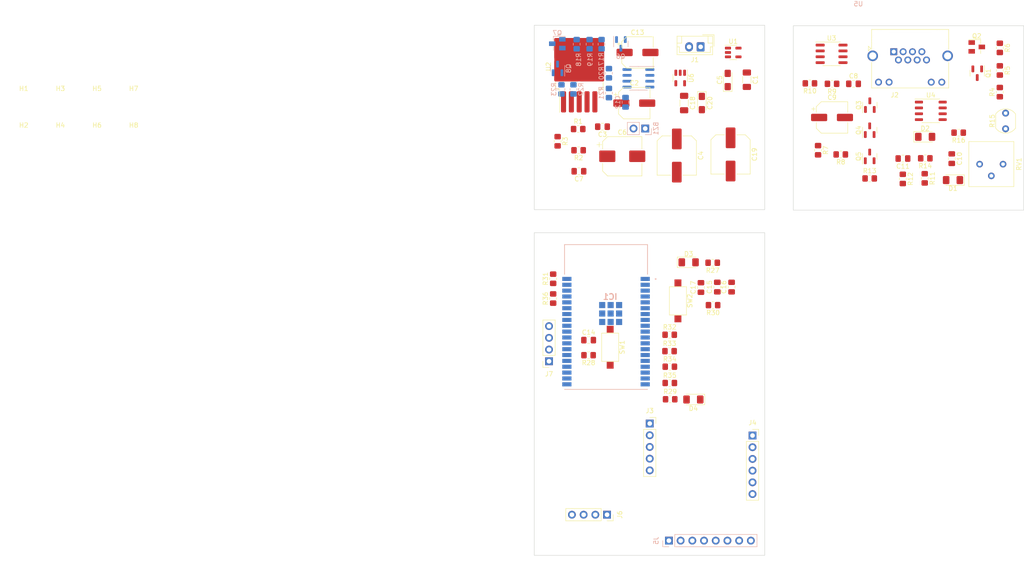
<source format=kicad_pcb>
(kicad_pcb (version 20221018) (generator pcbnew)
  (layers (0 "F.Cu" signal) (31 "B.Cu" signal) (34 "B.Paste" user) (35 "F.Paste" user) (36 "B.SilkS" user "B.Silkscreen") (37 "F.SilkS" user "F.Silkscreen") (38 "B.Mask" user) (39 "F.Mask" user) (44 "Edge.Cuts" user))
  (net 0 "")
  (net 1 "+5V")
  (net 2 "Net-(BZ1-+)")
  (net 3 "GND")
  (net 4 "Net-(U1-BP)")
  (net 5 "+3.3V")
  (net 6 "4.1V")
  (net 7 "Net-(U3-CV)")
  (net 8 "/Luces/Direccionales/TRIG")
  (net 9 "/Luces/+VL")
  (net 10 "/Luces/LucesFrente/Vswf")
  (net 11 "Net-(U5-CV)")
  (net 12 "/Alarma/TRIG")
  (net 13 "/Acondicionamiento/BOOT")
  (net 14 "/Acondicionamiento/EN")
  (net 15 "Net-(U6-BP)")
  (net 16 "+3.3_2")
  (net 17 "Net-(D1-A)")
  (net 18 "/Luces/LucesFrente/Vop")
  (net 19 "Net-(D2-A)")
  (net 20 "Net-(D3-A)")
  (net 21 "Net-(D4-A)")
  (net 22 "ctrSIM")
  (net 23 "/Acondicionamiento/Ctr_Al")
  (net 24 "/Acondicionamiento/Ctr_Luces")
  (net 27 "/Acondicionamiento/RstSIM")
  (net 28 "/Acondicionamiento/TX_SIM")
  (net 29 "/Acondicionamiento/RX_SIM")
  (net 30 "/Acondicionamiento/TX_GPS")
  (net 31 "/Acondicionamiento/RX_GPS")
  (net 32 "ctrGPSAc")
  (net 33 "/Acondicionamiento/TEST_LED")
  (net 49 "/Acondicionamiento/SDA")
  (net 50 "/Acondicionamiento/RX_BOOT")
  (net 51 "/Acondicionamiento/TX_BOOT")
  (net 52 "/Acondicionamiento/SCL")
  (net 64 "/Luces/LucesFrente/VDD_FRONT")
  (net 65 "/Luces/Direccionales/VDD_der")
  (net 66 "/Luces/Direccionales/VDD_izq")
  (net 79 "Net-(Q1-Pad1)")
  (net 80 "Net-(Q2-G)")
  (net 81 "/Luces/Direccionales/Vosc")
  (net 82 "Net-(Q5-Pad1)")
  (net 83 "Net-(Q6-Pad1)")
  (net 84 "Net-(Q7-G)")
  (net 85 "/Alarma/VA")
  (net 86 "Net-(Q8-Pad1)")
  (net 87 "Net-(U2-ADJ)")
  (net 88 "/Luces/Direccionales/V555")
  (net 89 "Net-(U3-DIS)")
  (net 90 "Net-(U5-DIS)")
  (net 91 "/Alarma/V5552")
  (net 92 "Net-(U4A--)")
  (footprint "Button_Switch_SMD:SW_SPST_CK_RS282G05A3" (layer "F.Cu") (at 161.167 99.7828 -90)
    (fp_text reference "SW2" (at 0 -2.6 90) (layer "F.SilkS"))
    (fp_text value "SW_Reset")
    (pad "1" smd rect (at -3.9 0 270) (size 1.5 1.5) (layers "F.Cu" "F.Paste" "F.Mask") (net 14 "/Acondicionamiento/EN"))
    (pad "2" smd rect (at 3.9 0 270) (size 1.5 1.5) (layers "F.Cu" "F.Paste" "F.Mask") (net 3 "GND"))
  )
  (footprint "Capacitor_SMD:C_0805_2012Metric_Pad1.18x1.45mm_HandSolder" (layer "F.Cu") (at 199.2625 52.7)
    (fp_text reference "C8" (at 0 -1.68) (layer "F.SilkS"))
    (fp_text value "10n")
    (pad "1" smd roundrect (at -1.0375 0) (size 1.175 1.45) (layers "F.Cu" "F.Paste" "F.Mask") (roundrect_rratio 0.212766) (net 7 "Net-(U3-CV)"))
    (pad "2" smd roundrect (at 1.0375 0) (size 1.175 1.45) (layers "F.Cu" "F.Paste" "F.Mask") (roundrect_rratio 0.212766) (net 3 "GND"))
  )
  (footprint "Resistor_SMD:R_0805_2012Metric_Pad1.20x1.40mm_HandSolder" (layer "F.Cu") (at 168.71 91.52 180)
    (fp_text reference "R27" (at 0 -1.65) (layer "F.SilkS"))
    (fp_text value "470")
    (pad "1" smd roundrect (at -1 0 180) (size 1.2 1.4) (layers "F.Cu" "F.Paste" "F.Mask") (roundrect_rratio 0.208333) (net 5 "+3.3V"))
    (pad "2" smd roundrect (at 1 0 180) (size 1.2 1.4) (layers "F.Cu" "F.Paste" "F.Mask") (roundrect_rratio 0.208333) (net 20 "Net-(D3-A)"))
  )
  (footprint "Resistor_SMD:R_0805_2012Metric_Pad1.20x1.40mm_HandSolder" (layer "F.Cu") (at 135.07 65.16 -90)
    (fp_text reference "R3" (at 0 -1.65 90) (layer "F.SilkS"))
    (fp_text value "470")
    (pad "1" smd roundrect (at -1 0 270) (size 1.2 1.4) (layers "F.Cu" "F.Paste" "F.Mask") (roundrect_rratio 0.208333) (net 6 "4.1V"))
    (pad "2" smd roundrect (at 1 0 270) (size 1.2 1.4) (layers "F.Cu" "F.Paste" "F.Mask") (roundrect_rratio 0.208333) (net 3 "GND"))
  )
  (footprint "Capacitor_SMD:CP_Elec_6.3x5.4" (layer "F.Cu") (at 151.7 56.89)
    (fp_text reference "C2" (at 0 -4.35) (layer "F.SilkS"))
    (fp_text value "100u")
    (pad "1" smd roundrect (at -2.8 0) (size 3.5 1.6) (layers "F.Cu" "F.Paste" "F.Mask") (roundrect_rratio 0.15625) (net 1 "+5V"))
    (pad "2" smd roundrect (at 2.8 0) (size 3.5 1.6) (layers "F.Cu" "F.Paste" "F.Mask") (roundrect_rratio 0.15625) (net 3 "GND"))
  )
  (footprint "Capacitor_SMD:C_1206_3216Metric_Pad1.33x1.80mm_HandSolder" (layer "F.Cu") (at 176.12 51.81 -90)
    (fp_text reference "C1" (at 0 -1.85 90) (layer "F.SilkS"))
    (fp_text value "10u")
    (pad "1" smd roundrect (at -1.5625 0 270) (size 1.325 1.8) (layers "F.Cu" "F.Paste" "F.Mask") (roundrect_rratio 0.188679) (net 1 "+5V"))
    (pad "2" smd roundrect (at 1.5625 0 270) (size 1.325 1.8) (layers "F.Cu" "F.Paste" "F.Mask") (roundrect_rratio 0.188679) (net 3 "GND"))
  )
  (footprint "LED_SMD:LED_1206_3216Metric_Pad1.42x1.75mm_HandSolder" (layer "F.Cu") (at 214.8 64.2)
    (fp_text reference "D2" (at 0 -1.82) (layer "F.SilkS"))
    (fp_text value "Detection LED")
    (pad "1" smd roundrect (at -1.4875 0) (size 1.425 1.75) (layers "F.Cu" "F.Paste" "F.Mask") (roundrect_rratio 0.175439) (net 18 "/Luces/LucesFrente/Vop"))
    (pad "2" smd roundrect (at 1.4875 0) (size 1.425 1.75) (layers "F.Cu" "F.Paste" "F.Mask") (roundrect_rratio 0.175439) (net 19 "Net-(D2-A)"))
  )
  (footprint "Connector_PinSocket_2.54mm:PinSocket_1x06_P2.54mm_Vertical" (layer "F.Cu") (at 177.35 129)
    (fp_text reference "J4" (at 0 -2.77) (layer "F.SilkS"))
    (fp_text value "Conn_01x06")
    (pad "1" thru_hole rect (at 0 0) (size 1.7 1.7) (drill 1) (layers "*.Cu" "*.Mask"))
    (pad "2" thru_hole oval (at 0 2.54) (size 1.7 1.7) (drill 1) (layers "*.Cu" "*.Mask"))
    (pad "3" thru_hole oval (at 0 5.08) (size 1.7 1.7) (drill 1) (layers "*.Cu" "*.Mask"))
    (pad "4" thru_hole oval (at 0 7.62) (size 1.7 1.7) (drill 1) (layers "*.Cu" "*.Mask"))
    (pad "5" thru_hole oval (at 0 10.16) (size 1.7 1.7) (drill 1) (layers "*.Cu" "*.Mask"))
    (pad "6" thru_hole oval (at 0 12.7) (size 1.7 1.7) (drill 1) (layers "*.Cu" "*.Mask"))
  )
  (footprint "Capacitor_SMD:C_Elec_8x10.2" (layer "F.Cu") (at 172.59 68.02 -90)
    (fp_text reference "C19" (at 0 -5.2 90) (layer "F.SilkS"))
    (fp_text value "470u")
    (pad "1" smd roundrect (at -3.6 0 270) (size 4.5 2.1) (layers "F.Cu" "F.Paste" "F.Mask") (roundrect_rratio 0.119048) (net 15 "Net-(U6-BP)"))
    (pad "2" smd roundrect (at 3.6 0 270) (size 4.5 2.1) (layers "F.Cu" "F.Paste" "F.Mask") (roundrect_rratio 0.119048) (net 3 "GND"))
  )
  (footprint "Resistor_SMD:R_0805_2012Metric_Pad1.20x1.40mm_HandSolder" (layer "F.Cu") (at 231 54.5 90)
    (fp_text reference "R4" (at 0 -1.65 90) (layer "F.SilkS"))
    (fp_text value "1k")
    (pad "1" smd roundrect (at -1 0 90) (size 1.2 1.4) (layers "F.Cu" "F.Paste" "F.Mask") (roundrect_rratio 0.208333) (net 24 "/Acondicionamiento/Ctr_Luces"))
    (pad "2" smd roundrect (at 1 0 90) (size 1.2 1.4) (layers "F.Cu" "F.Paste" "F.Mask") (roundrect_rratio 0.208333) (net 79 "Net-(Q1-Pad1)"))
  )
  (footprint "Resistor_SMD:R_0805_2012Metric_Pad1.20x1.40mm_HandSolder" (layer "F.Cu") (at 159.405 117.602)
    (fp_text reference "R35" (at 0 -1.65) (layer "F.SilkS"))
    (fp_text value "470")
    (pad "1" smd roundrect (at -1 0) (size 1.2 1.4) (layers "F.Cu" "F.Paste" "F.Mask") (roundrect_rratio 0.208333) (net 31 "/Acondicionamiento/RX_GPS"))
    (pad "2" smd roundrect (at 1 0) (size 1.2 1.4) (layers "F.Cu" "F.Paste" "F.Mask") (roundrect_rratio 0.208333) (net 31 "/Acondicionamiento/RX_GPS"))
  )
  (footprint "Resistor_SMD:R_0805_2012Metric_Pad1.20x1.40mm_HandSolder" (layer "F.Cu") (at 189.8 52.6 180)
    (fp_text reference "R10" (at 0 -1.65) (layer "F.SilkS"))
    (fp_text value "2k")
    (pad "1" smd roundrect (at -1 0 180) (size 1.2 1.4) (layers "F.Cu" "F.Paste" "F.Mask") (roundrect_rratio 0.208333) (net 89 "Net-(U3-DIS)"))
    (pad "2" smd roundrect (at 1 0 180) (size 1.2 1.4) (layers "F.Cu" "F.Paste" "F.Mask") (roundrect_rratio 0.208333) (net 8 "/Luces/Direccionales/TRIG"))
  )
  (footprint "Package_TO_SOT_SMD:SOT-23-5" (layer "F.Cu") (at 161.66 51.44 -90)
    (fp_text reference "U6" (at 0 -2.4 90) (layer "F.SilkS"))
    (fp_text value "MIC5219-3.3YM5")
    (pad "1" smd roundrect (at -1.1375 -0.95 270) (size 1.325 0.6) (layers "F.Cu" "F.Paste" "F.Mask") (net 1 "+5V"))
    (pad "2" smd roundrect (at -1.1375 0 270) (size 1.325 0.6) (layers "F.Cu" "F.Paste" "F.Mask") (net 3 "GND"))
    (pad "3" smd roundrect (at -1.1375 0.95 270) (size 1.325 0.6) (layers "F.Cu" "F.Paste" "F.Mask") (net 32 "ctrGPSAc"))
    (pad "4" smd roundrect (at 1.1375 0.95 270) (size 1.325 0.6) (layers "F.Cu" "F.Paste" "F.Mask") (net 15 "Net-(U6-BP)"))
    (pad "5" smd roundrect (at 1.1375 -0.95 270) (size 1.325 0.6) (layers "F.Cu" "F.Paste" "F.Mask") (net 16 "+3.3_2"))
  )
  (footprint "Resistor_SMD:R_0805_2012Metric_Pad1.20x1.40mm_HandSolder" (layer "F.Cu") (at 139.53 62.51)
    (fp_text reference "R1" (at 0 -1.65) (layer "F.SilkS"))
    (fp_text value "100k")
    (pad "1" smd roundrect (at -1 0) (size 1.2 1.4) (layers "F.Cu" "F.Paste" "F.Mask") (roundrect_rratio 0.208333) (net 6 "4.1V"))
    (pad "2" smd roundrect (at 1 0) (size 1.2 1.4) (layers "F.Cu" "F.Paste" "F.Mask") (roundrect_rratio 0.208333) (net 87 "Net-(U2-ADJ)"))
  )
  (footprint "Resistor_SMD:R_0805_2012Metric_Pad1.20x1.40mm_HandSolder" (layer "F.Cu") (at 159.41 114.0714)
    (fp_text reference "R34" (at 0 -1.65) (layer "F.SilkS"))
    (fp_text value "470")
    (pad "1" smd roundrect (at -1 0) (size 1.2 1.4) (layers "F.Cu" "F.Paste" "F.Mask") (roundrect_rratio 0.208333) (net 30 "/Acondicionamiento/TX_GPS"))
    (pad "2" smd roundrect (at 1 0) (size 1.2 1.4) (layers "F.Cu" "F.Paste" "F.Mask") (roundrect_rratio 0.208333) (net 30 "/Acondicionamiento/TX_GPS"))
  )
  (footprint "MountingHole:MountingHole_3.2mm_M3" (layer "F.Cu") (at 35.145 57.935)
    (fp_text reference "H5" (at 0 -4.2) (layer "F.SilkS"))
    (fp_text value "MountingHole")
    (pad "" np_thru_hole circle (at 0 0) (size 3.2 3.2) (drill 3.2) (layers "*.Cu" "*.Mask"))
  )
  (footprint "Resistor_SMD:R_0805_2012Metric_Pad1.20x1.40mm_HandSolder" (layer "F.Cu") (at 134.1 99.28 90)
    (fp_text reference "R36" (at 0 -1.65 90) (layer "F.SilkS"))
    (fp_text value "4.7k")
    (pad "1" smd roundrect (at -1 0 90) (size 1.2 1.4) (layers "F.Cu" "F.Paste" "F.Mask") (roundrect_rratio 0.208333) (net 49 "/Acondicionamiento/SDA"))
    (pad "2" smd roundrect (at 1 0 90) (size 1.2 1.4) (layers "F.Cu" "F.Paste" "F.Mask") (roundrect_rratio 0.208333) (net 5 "+3.3V"))
  )
  (footprint "Potentiometer_THT:Potentiometer_Bourns_3386P_Vertical" (layer "F.Cu") (at 226.6188 70.1294 -90)
    (fp_text reference "RV1" (at -0.015 -8.555 90) (layer "F.SilkS"))
    (fp_text value "10k")
    (pad "1" thru_hole circle (at 0 0 270) (size 1.44 1.44) (drill 0.8) (layers "*.Cu" "*.Mask") (net 9 "/Luces/+VL"))
    (pad "2" thru_hole circle (at 2.54 -2.54 270) (size 1.44 1.44) (drill 0.8) (layers "*.Cu" "*.Mask") (net 92 "Net-(U4A--)"))
    (pad "3" thru_hole circle (at 0 -5.08 270) (size 1.44 1.44) (drill 0.8) (layers "*.Cu" "*.Mask") (net 3 "GND"))
  )
  (footprint "LED_SMD:LED_1206_3216Metric_Pad1.42x1.75mm_HandSolder" (layer "F.Cu") (at 163.4925 91.42)
    (fp_text reference "D3" (at 0 -1.82) (layer "F.SilkS"))
    (fp_text value "LED_ON")
    (pad "1" smd roundrect (at -1.4875 0) (size 1.425 1.75) (layers "F.Cu" "F.Paste" "F.Mask") (roundrect_rratio 0.175439) (net 3 "GND"))
    (pad "2" smd roundrect (at 1.4875 0) (size 1.425 1.75) (layers "F.Cu" "F.Paste" "F.Mask") (roundrect_rratio 0.175439) (net 20 "Net-(D3-A)"))
  )
  (footprint "Resistor_SMD:R_0805_2012Metric_Pad1.20x1.40mm_HandSolder" (layer "F.Cu") (at 202.7682 73.2282)
    (fp_text reference "R13" (at 0 -1.65) (layer "F.SilkS"))
    (fp_text value "100k")
    (pad "1" smd roundrect (at -1 0) (size 1.2 1.4) (layers "F.Cu" "F.Paste" "F.Mask") (roundrect_rratio 0.208333) (net 82 "Net-(Q5-Pad1)"))
    (pad "2" smd roundrect (at 1 0) (size 1.2 1.4) (layers "F.Cu" "F.Paste" "F.Mask") (roundrect_rratio 0.208333) (net 3 "GND"))
  )
  (footprint "Package_TO_SOT_SMD:SOT-23" (layer "F.Cu") (at 226.1 50.4 -90)
    (fp_text reference "Q1" (at 0 -2.4 90) (layer "F.SilkS"))
    (fp_text value "SI2302")
    (pad "1" smd roundrect (at -0.9375 -0.95 270) (size 1.475 0.6) (layers "F.Cu" "F.Paste" "F.Mask") (net 79 "Net-(Q1-Pad1)"))
    (pad "2" smd roundrect (at -0.9375 0.95 270) (size 1.475 0.6) (layers "F.Cu" "F.Paste" "F.Mask") (net 3 "GND"))
    (pad "3" smd roundrect (at 0.9375 0 270) (size 1.475 0.6) (layers "F.Cu" "F.Paste" "F.Mask") (net 80 "Net-(Q2-G)"))
  )
  (footprint "OptoDevice:R_LDR_5.1x4.3mm_P3.4mm_Vertical" (layer "F.Cu") (at 232.2576 62.4586 90)
    (fp_text reference "R15" (at 1.7 -2.9 90) (layer "F.SilkS"))
    (fp_text value "LDR07")
    (pad "1" thru_hole circle (at 0 0 90) (size 1.5 1.5) (drill 0.8) (layers "*.Cu" "*.Mask") (net 10 "/Luces/LucesFrente/Vswf"))
    (pad "2" thru_hole circle (at 3.4 0 90) (size 1.5 1.5) (drill 0.8) (layers "*.Cu" "*.Mask") (net 3 "GND"))
  )
  (footprint "Capacitor_SMD:C_Elec_8x10.2" (layer "F.Cu") (at 160.92 68.26 -90)
    (fp_text reference "C4" (at 0 -5.2 90) (layer "F.SilkS"))
    (fp_text value "470u")
    (pad "1" smd roundrect (at -3.6 0 270) (size 4.5 2.1) (layers "F.Cu" "F.Paste" "F.Mask") (roundrect_rratio 0.119048) (net 4 "Net-(U1-BP)"))
    (pad "2" smd roundrect (at 3.6 0 270) (size 4.5 2.1) (layers "F.Cu" "F.Paste" "F.Mask") (roundrect_rratio 0.119048) (net 3 "GND"))
  )
  (footprint "Capacitor_SMD:C_0805_2012Metric_Pad1.18x1.45mm_HandSolder" (layer "F.Cu") (at 139.69 71.67 180)
    (fp_text reference "C7" (at 0 -1.68) (layer "F.SilkS"))
    (fp_text value "100n")
    (pad "1" smd roundrect (at -1.0375 0 180) (size 1.175 1.45) (layers "F.Cu" "F.Paste" "F.Mask") (roundrect_rratio 0.212766) (net 6 "4.1V"))
    (pad "2" smd roundrect (at 1.0375 0 180) (size 1.175 1.45) (layers "F.Cu" "F.Paste" "F.Mask") (roundrect_rratio 0.212766) (net 3 "GND"))
  )
  (footprint "MountingHole:MountingHole_3.2mm_M3" (layer "F.Cu") (at 19.245 65.885)
    (fp_text reference "H2" (at 0 -4.2) (layer "F.SilkS"))
    (fp_text value "MountingHole")
    (pad "" np_thru_hole circle (at 0 0) (size 3.2 3.2) (drill 3.2) (layers "*.Cu" "*.Mask"))
  )
  (footprint "Capacitor_SMD:C_0805_2012Metric_Pad1.18x1.45mm_HandSolder" (layer "F.Cu") (at 166.16 96.8825 90)
    (fp_text reference "C17" (at 0 -1.68 90) (layer "F.SilkS"))
    (fp_text value "0.1u")
    (pad "1" smd roundrect (at -1.0375 0 90) (size 1.175 1.45) (layers "F.Cu" "F.Paste" "F.Mask") (roundrect_rratio 0.212766) (net 14 "/Acondicionamiento/EN"))
    (pad "2" smd roundrect (at 1.0375 0 90) (size 1.175 1.45) (layers "F.Cu" "F.Paste" "F.Mask") (roundrect_rratio 0.212766) (net 3 "GND"))
  )
  (footprint "Resistor_SMD:R_0805_2012Metric_Pad1.20x1.40mm_HandSolder" (layer "F.Cu") (at 196.4944 68.0212 180)
    (fp_text reference "R8" (at 0 -1.65) (layer "F.SilkS"))
    (fp_text value "220k")
    (pad "1" smd roundrect (at -1 0 180) (size 1.2 1.4) (layers "F.Cu" "F.Paste" "F.Mask") (roundrect_rratio 0.208333) (net 3 "GND"))
    (pad "2" smd roundrect (at 1 0 180) (size 1.2 1.4) (layers "F.Cu" "F.Paste" "F.Mask") (roundrect_rratio 0.208333) (net 81 "/Luces/Direccionales/Vosc"))
  )
  (footprint "MountingHole:MountingHole_3.2mm_M3" (layer "F.Cu") (at 35.145 65.885)
    (fp_text reference "H6" (at 0 -4.2) (layer "F.SilkS"))
    (fp_text value "MountingHole")
    (pad "" np_thru_hole circle (at 0 0) (size 3.2 3.2) (drill 3.2) (layers "*.Cu" "*.Mask"))
  )
  (footprint "Resistor_SMD:R_0805_2012Metric_Pad1.20x1.40mm_HandSolder" (layer "F.Cu") (at 194.6 52.7 180)
    (fp_text reference "R9" (at 0 -1.65) (layer "F.SilkS"))
    (fp_text value "1k")
    (pad "1" smd roundrect (at -1 0 180) (size 1.2 1.4) (layers "F.Cu" "F.Paste" "F.Mask") (roundrect_rratio 0.208333) (net 9 "/Luces/+VL"))
    (pad "2" smd roundrect (at 1 0 180) (size 1.2 1.4) (layers "F.Cu" "F.Paste" "F.Mask") (roundrect_rratio 0.208333) (net 89 "Net-(U3-DIS)"))
  )
  (footprint "Capacitor_SMD:C_0805_2012Metric_Pad1.18x1.45mm_HandSolder" (layer "F.Cu") (at 169.71 96.7925 90)
    (fp_text reference "C15" (at 0 -1.68 90) (layer "F.SilkS"))
    (fp_text value "22u")
    (pad "1" smd roundrect (at -1.0375 0 90) (size 1.175 1.45) (layers "F.Cu" "F.Paste" "F.Mask") (roundrect_rratio 0.212766) (net 5 "+3.3V"))
    (pad "2" smd roundrect (at 1.0375 0 90) (size 1.175 1.45) (layers "F.Cu" "F.Paste" "F.Mask") (roundrect_rratio 0.212766) (net 3 "GND"))
  )
  (footprint "Package_SO:SO-8_3.9x4.9mm_P1.27mm" (layer "F.Cu") (at 216.025 58.565)
    (fp_text reference "U4" (at 0 -3.4) (layer "F.SilkS"))
    (fp_text value "LM358")
    (pad "1" smd roundrect (at -2.575 -1.905) (size 1.75 0.6) (layers "F.Cu" "F.Paste" "F.Mask") (net 18 "/Luces/LucesFrente/Vop"))
    (pad "2" smd roundrect (at -2.575 -0.635) (size 1.75 0.6) (layers "F.Cu" "F.Paste" "F.Mask") (net 92 "Net-(U4A--)"))
    (pad "3" smd roundrect (at -2.575 0.635) (size 1.75 0.6) (layers "F.Cu" "F.Paste" "F.Mask") (net 10 "/Luces/LucesFrente/Vswf"))
    (pad "4" smd roundrect (at -2.575 1.905) (size 1.75 0.6) (layers "F.Cu" "F.Paste" "F.Mask") (net 3 "GND"))
    (pad "5" smd roundrect (at 2.575 1.905) (size 1.75 0.6) (layers "F.Cu" "F.Paste" "F.Mask"))
    (pad "6" smd roundrect (at 2.575 0.635) (size 1.75 0.6) (layers "F.Cu" "F.Paste" "F.Mask"))
    (pad "7" smd roundrect (at 2.575 -0.635) (size 1.75 0.6) (layers "F.Cu" "F.Paste" "F.Mask"))
    (pad "8" smd roundrect (at 2.575 -1.905) (size 1.75 0.6) (layers "F.Cu" "F.Paste" "F.Mask") (net 9 "/Luces/+VL"))
  )
  (footprint "Resistor_SMD:R_0805_2012Metric_Pad1.20x1.40mm_HandSolder" (layer "F.Cu") (at 168.79 100.71 180)
    (fp_text reference "R30" (at 0 -1.65) (layer "F.SilkS"))
    (fp_text value "10k")
    (pad "1" smd roundrect (at -1 0 180) (size 1.2 1.4) (layers "F.Cu" "F.Paste" "F.Mask") (roundrect_rratio 0.208333) (net 5 "+3.3V"))
    (pad "2" smd roundrect (at 1 0 180) (size 1.2 1.4) (layers "F.Cu" "F.Paste" "F.Mask") (roundrect_rratio 0.208333) (net 14 "/Acondicionamiento/EN"))
  )
  (footprint "MountingHole:MountingHole_3.2mm_M3" (layer "F.Cu") (at 43.095 57.935)
    (fp_text reference "H7" (at 0 -4.2) (layer "F.SilkS"))
    (fp_text value "MountingHole")
    (pad "" np_thru_hole circle (at 0 0) (size 3.2 3.2) (drill 3.2) (layers "*.Cu" "*.Mask"))
  )
  (footprint "Button_Switch_SMD:SW_SPST_CK_RS282G05A3" (layer "F.Cu") (at 146.47 109.85 -90)
    (fp_text reference "SW1" (at 0 -2.6 90) (layer "F.SilkS"))
    (fp_text value "SW_Boot")
    (pad "1" smd rect (at -3.9 0 270) (size 1.5 1.5) (layers "F.Cu" "F.Paste" "F.Mask") (net 3 "GND"))
    (pad "2" smd rect (at 3.9 0 270) (size 1.5 1.5) (layers "F.Cu" "F.Paste" "F.Mask") (net 13 "/Acondicionamiento/BOOT"))
  )
  (footprint "MountingHole:MountingHole_3.2mm_M3" (layer "F.Cu") (at 27.195 57.935)
    (fp_text reference "H3" (at 0 -4.2) (layer "F.SilkS"))
    (fp_text value "MountingHole")
    (pad "" np_thru_hole circle (at 0 0) (size 3.2 3.2) (drill 3.2) (layers "*.Cu" "*.Mask"))
  )
  (footprint "Capacitor_SMD:C_0805_2012Metric_Pad1.18x1.45mm_HandSolder" (layer "F.Cu") (at 172.81 96.7975 90)
    (fp_text reference "C16" (at 0 -1.68 90) (layer "F.SilkS"))
    (fp_text value "0.1u")
    (pad "1" smd roundrect (at -1.0375 0 90) (size 1.175 1.45) (layers "F.Cu" "F.Paste" "F.Mask") (roundrect_rratio 0.212766) (net 5 "+3.3V"))
    (pad "2" smd roundrect (at 1.0375 0 90) (size 1.175 1.45) (layers "F.Cu" "F.Paste" "F.Mask") (roundrect_rratio 0.212766) (net 3 "GND"))
  )
  (footprint "Capacitor_SMD:CP_Elec_6.3x5.4" (layer "F.Cu") (at 194.6 60)
    (fp_text reference "C9" (at 0 -4.35) (layer "F.SilkS"))
    (fp_text value "100u")
    (pad "1" smd roundrect (at -2.8 0) (size 3.5 1.6) (layers "F.Cu" "F.Paste" "F.Mask") (roundrect_rratio 0.15625) (net 8 "/Luces/Direccionales/TRIG"))
    (pad "2" smd roundrect (at 2.8 0) (size 3.5 1.6) (layers "F.Cu" "F.Paste" "F.Mask") (roundrect_rratio 0.15625) (net 3 "GND"))
  )
  (footprint "Package_TO_SOT_SMD:SOT-23-5" (layer "F.Cu") (at 173.16 45.9)
    (fp_text reference "U1" (at 0 -2.4) (layer "F.SilkS"))
    (fp_text value "MIC5219-3.3YM5")
    (pad "1" smd roundrect (at -1.1375 -0.95) (size 1.325 0.6) (layers "F.Cu" "F.Paste" "F.Mask") (net 1 "+5V"))
    (pad "2" smd roundrect (at -1.1375 0) (size 1.325 0.6) (layers "F.Cu" "F.Paste" "F.Mask") (net 3 "GND"))
    (pad "3" smd roundrect (at -1.1375 0.95) (size 1.325 0.6) (layers "F.Cu" "F.Paste" "F.Mask") (net 1 "+5V"))
    (pad "4" smd roundrect (at 1.1375 0.95) (size 1.325 0.6) (layers "F.Cu" "F.Paste" "F.Mask") (net 4 "Net-(U1-BP)"))
    (pad "5" smd roundrect (at 1.1375 -0.95) (size 1.325 0.6) (layers "F.Cu" "F.Paste" "F.Mask") (net 5 "+3.3V"))
  )
  (footprint "Resistor_SMD:R_0805_2012Metric_Pad1.20x1.40mm_HandSolder" (layer "F.Cu") (at 159.3796 107.1372)
    (fp_text reference "R32" (at 0 -1.65) (layer "F.SilkS"))
    (fp_text value "470")
    (pad "1" smd roundrect (at -1 0) (size 1.2 1.4) (layers "F.Cu" "F.Paste" "F.Mask") (roundrect_rratio 0.208333) (net 28 "/Acondicionamiento/TX_SIM"))
    (pad "2" smd roundrect (at 1 0) (size 1.2 1.4) (layers "F.Cu" "F.Paste" "F.Mask") (roundrect_rratio 0.208333) (net 28 "/Acondicionamiento/TX_SIM"))
  )
  (footprint "Resistor_SMD:R_0805_2012Metric_Pad1.20x1.40mm_HandSolder" (layer "F.Cu") (at 214.8332 68.8594 180)
    (fp_text reference "R14" (at 0 -1.65) (layer "F.SilkS"))
    (fp_text value "10k")
    (pad "1" smd roundrect (at -1 0 180) (size 1.2 1.4) (layers "F.Cu" "F.Paste" "F.Mask") (roundrect_rratio 0.208333) (net 9 "/Luces/+VL"))
    (pad "2" smd roundrect (at 1 0 180) (size 1.2 1.4) (layers "F.Cu" "F.Paste" "F.Mask") (roundrect_rratio 0.208333) (net 10 "/Luces/LucesFrente/Vswf"))
  )
  (footprint "Package_TO_SOT_SMD:SOT-23" (layer "F.Cu") (at 202.7682 62.7634 90)
    (fp_text reference "Q4" (at 0 -2.4 90) (layer "F.SilkS"))
    (fp_text value "SI2302")
    (pad "1" smd roundrect (at -0.9375 -0.95 90) (size 1.475 0.6) (layers "F.Cu" "F.Paste" "F.Mask") (net 81 "/Luces/Direccionales/Vosc"))
    (pad "2" smd roundrect (at -0.9375 0.95 90) (size 1.475 0.6) (layers "F.Cu" "F.Paste" "F.Mask") (net 3 "GND"))
    (pad "3" smd roundrect (at 0.9375 0 90) (size 1.475 0.6) (layers "F.Cu" "F.Paste" "F.Mask") (net 65 "/Luces/Direccionales/VDD_der"))
  )
  (footprint "Capacitor_SMD:C_0805_2012Metric_Pad1.18x1.45mm_HandSolder" (layer "F.Cu") (at 220.5736 68.9356 -90)
    (fp_text reference "C10" (at 0 -1.68 90) (layer "F.SilkS"))
    (fp_text value "0.1u")
    (pad "1" smd roundrect (at -1.0375 0 270) (size 1.175 1.45) (layers "F.Cu" "F.Paste" "F.Mask") (roundrect_rratio 0.212766) (net 9 "/Luces/+VL"))
    (pad "2" smd roundrect (at 1.0375 0 270) (size 1.175 1.45) (layers "F.Cu" "F.Paste" "F.Mask") (roundrect_rratio 0.212766) (net 3 "GND"))
  )
  (footprint "Connector_PinSocket_2.54mm:PinSocket_1x04_P2.54mm_Vertical" (layer "F.Cu") (at 133.205 112.89 180)
    (fp_text reference "J7" (at 0 -2.77) (layer "F.SilkS"))
    (fp_text value "Conn_01x04")
    (pad "1" thru_hole rect (at 0 0 180) (size 1.7 1.7) (drill 1) (layers "*.Cu" "*.Mask") (net 5 "+3.3V"))
    (pad "2" thru_hole oval (at 0 2.54 180) (size 1.7 1.7) (drill 1) (layers "*.Cu" "*.Mask") (net 50 "/Acondicionamiento/RX_BOOT"))
    (pad "3" thru_hole oval (at 0 5.08 180) (size 1.7 1.7) (drill 1) (layers "*.Cu" "*.Mask") (net 51 "/Acondicionamiento/TX_BOOT"))
    (pad "4" thru_hole oval (at 0 7.62 180) (size 1.7 1.7) (drill 1) (layers "*.Cu" "*.Mask") (net 3 "GND"))
  )
  (footprint "Connector_JST:JST_EH_B2B-EH-A_1x02_P2.50mm_Vertical" (layer "F.Cu") (at 166.09 44.68 180)
    (fp_text reference "J1" (at 1.25 -2.8) (layer "F.SilkS"))
    (fp_text value "Conn_01x02")
    (pad "1" thru_hole roundrect (at 0 0 180) (size 1.7 2) (drill 1) (layers "*.Cu" "*.Mask") (roundrect_rratio 0.147059) (net 1 "+5V"))
    (pad "2" thru_hole oval (at 2.5 0 180) (size 1.7 2) (drill 1) (layers "*.Cu" "*.Mask") (net 3 "GND"))
  )
  (footprint "MountingHole:MountingHole_3.2mm_M3" (layer "F.Cu") (at 43.095 65.885)
    (fp_text reference "H8" (at 0 -4.2) (layer "F.SilkS"))
    (fp_text value "MountingHole")
    (pad "" np_thru_hole circle (at 0 0) (size 3.2 3.2) (drill 3.2) (layers "*.Cu" "*.Mask"))
  )
  (footprint "Resistor_SMD:R_0805_2012Metric_Pad1.20x1.40mm_HandSolder" (layer "F.Cu") (at 134.1 94.99 90)
    (fp_text reference "R31" (at 0 -1.65 90) (layer "F.SilkS"))
    (fp_text value "4.7k")
    (pad "1" smd roundrect (at -1 0 90) (size 1.2 1.4) (layers "F.Cu" "F.Paste" "F.Mask") (roundrect_rratio 0.208333) (net 52 "/Acondicionamiento/SCL"))
    (pad "2" smd roundrect (at 1 0 90) (size 1.2 1.4) (layers "F.Cu" "F.Paste" "F.Mask") (roundrect_rratio 0.208333) (net 5 "+3.3V"))
  )
  (footprint "Package_TO_SOT_SMD:SOT-23" (layer "F.Cu") (at 202.8 57.3301 90)
    (fp_text reference "Q3" (at 0 -2.4 90) (layer "F.SilkS"))
    (fp_text value "SI2302")
    (pad "1" smd roundrect (at -0.9375 -0.95 90) (size 1.475 0.6) (layers "F.Cu" "F.Paste" "F.Mask") (net 81 "/Luces/Direccionales/Vosc"))
    (pad "2" smd roundrect (at -0.9375 0.95 90) (size 1.475 0.6) (layers "F.Cu" "F.Paste" "F.Mask") (net 3 "GND"))
    (pad "3" smd roundrect (at 0.9375 0 90) (size 1.475 0.6) (layers "F.Cu" "F.Paste" "F.Mask") (net 66 "/Luces/Direccionales/VDD_izq"))
  )
  (footprint "Package_TO_SOT_SMD:TO-263-5_TabPin3" (layer "F.Cu") (at 139.75 48.96 90)
    (fp_text reference "U2" (at 0 -6.65 90) (layer "F.SilkS"))
    (fp_text value "MIC29302WU")
    (pad "1" smd roundrect (at -7.65 -3.4 90) (size 4.6 1.1) (layers "F.Cu" "F.Paste" "F.Mask") (roundrect_rratio 0.227273) (net 22 "ctrSIM"))
    (pad "2" smd roundrect (at -7.65 -1.7 90) (size 4.6 1.1) (layers "F.Cu" "F.Paste" "F.Mask") (roundrect_rratio 0.227273) (net 1 "+5V"))
    (pad "3" smd roundrect (at -7.65 0 90) (size 4.6 1.1) (layers "F.Cu" "F.Paste" "F.Mask") (roundrect_rratio 0.227273) (net 3 "GND"))
    (pad "3" smd roundrect (at -0.925 -2.775 90) (size 4.55 5.25) (layers "F.Cu" "F.Paste") (roundrect_rratio 0.054945) (net 3 "GND"))
    (pad "3" smd roundrect (at -0.925 2.775 90) (size 4.55 5.25) (layers "F.Cu" "F.Paste") (roundrect_rratio 0.054945) (net 3 "GND"))
    (pad "3" smd roundrect (at 1.5 0 90) (size 9.4 10.8) (layers "F.Cu" "F.Mask") (roundrect_rratio 0.026596) (net 3 "GND"))
    (pad "3" smd roundrect (at 3.925 -2.775 90) (size 4.55 5.25) (layers "F.Cu" "F.Paste") (roundrect_rratio 0.054945) (net 3 "GND"))
    (pad "3" smd roundrect (at 3.925 2.775 90) (size 4.55 5.25) (layers "F.Cu" "F.Paste") (roundrect_rratio 0.054945) (net 3 "GND"))
    (pad "4" smd roundrect (at -7.65 1.7 90) (size 4.6 1.1) (layers "F.Cu" "F.Paste" "F.Mask") (roundrect_rratio 0.227273) (net 6 "4.1V"))
    (pad "5" smd roundrect (at -7.65 3.4 90) (size 4.6 1.1) (layers "F.Cu" "F.Paste" "F.Mask") (roundrect_rratio 0.227273) (net 87 "Net-(U2-ADJ)"))
  )
  (footprint "Capacitor_SMD:C_1206_3216Metric_Pad1.33x1.80mm_HandSolder" (layer "F.Cu") (at 162.51 56.87 -90)
    (fp_text reference "C18" (at 0 -1.85 90) (layer "F.SilkS"))
    (fp_text value "10u")
    (pad "1" smd roundrect (at -1.5625 0 270) (size 1.325 1.8) (layers "F.Cu" "F.Paste" "F.Mask") (roundrect_rratio 0.188679) (net 1 "+5V"))
    (pad "2" smd roundrect (at 1.5625 0 270) (size 1.325 1.8) (layers "F.Cu" "F.Paste" "F.Mask") (roundrect_rratio 0.188679) (net 3 "GND"))
  )
  (footprint "Capacitor_SMD:CP_Elec_8x10" (layer "F.Cu") (at 149.09 68.42)
    (fp_text reference "C6" (at 0 -5.2) (layer "F.SilkS"))
    (fp_text value "330u")
    (pad "1" smd roundrect (at -3.25 0) (size 3.5 2.5) (layers "F.Cu" "F.Paste" "F.Mask") (roundrect_rratio 0.1) (net 6 "4.1V"))
    (pad "2" smd roundrect (at 3.25 0) (size 3.5 2.5) (layers "F.Cu" "F.Paste" "F.Mask") (roundrect_rratio 0.1) (net 3 "GND"))
  )
  (footprint "Capacitor_Tantalum_SMD:CP_EIA-3216-18_Kemet-A_Pad1.58x1.35mm_HandSolder" (layer "F.Cu") (at 166.36 56.87 -90)
    (fp_text reference "C20" (at 0 -1.75 90) (layer "F.SilkS"))
    (fp_text value "2.2u")
    (pad "1" smd roundrect (at -1.4375 0 270) (size 1.575 1.35) (layers "F.Cu" "F.Paste" "F.Mask") (roundrect_rratio 0.185185) (net 16 "+3.3_2"))
    (pad "2" smd roundrect (at 1.4375 0 270) (size 1.575 1.35) (layers "F.Cu" "F.Paste" "F.Mask") (roundrect_rratio 0.185185) (net 3 "GND"))
  )
  (footprint "Connector_PinSocket_2.54mm:PinSocket_1x05_P2.54mm_Vertical" (layer "F.Cu") (at 155.05 126.4)
    (fp_text reference "J3" (at 0 -2.77) (layer "F.SilkS"))
    (fp_text value "Conn_01x05")
    (pad "1" thru_hole rect (at 0 0) (size 1.7 1.7) (drill 1) (layers "*.Cu" "*.Mask") (net 6 "4.1V"))
    (pad "2" thru_hole oval (at 0 2.54) (size 1.7 1.7) (drill 1) (layers "*.Cu" "*.Mask") (net 27 "/Acondicionamiento/RstSIM"))
    (pad "3" thru_hole oval (at 0 5.08) (size 1.7 1.7) (drill 1) (layers "*.Cu" "*.Mask") (net 28 "/Acondicionamiento/TX_SIM"))
    (pad "4" thru_hole oval (at 0 7.62) (size 1.7 1.7) (drill 1) (layers "*.Cu" "*.Mask") (net 29 "/Acondicionamiento/RX_SIM"))
    (pad "5" thru_hole oval (at 0 10.16) (size 1.7 1.7) (drill 1) (layers "*.Cu" "*.Mask") (net 3 "GND"))
  )
  (footprint "Resistor_SMD:R_0805_2012Metric_Pad1.20x1.40mm_HandSolder" (layer "F.Cu") (at 159.4812 121.1326)
    (fp_text reference "R29" (at 0 -1.65) (layer "F.SilkS"))
    (fp_text value "470")
    (pad "1" smd roundrect (at -1 0) (size 1.2 1.4) (layers "F.Cu" "F.Paste" "F.Mask") (roundrect_rratio 0.208333) (net 33 "/Acondicionamiento/TEST_LED"))
    (pad "2" smd roundrect (at 1 0) (size 1.2 1.4) (layers "F.Cu" "F.Paste" "F.Mask") (roundrect_rratio 0.208333) (net 21 "Net-(D4-A)"))
  )
  (footprint "Resistor_SMD:R_0805_2012Metric_Pad1.20x1.40mm_HandSolder" (layer "F.Cu") (at 159.35 110.6932)
    (fp_text reference "R33" (at 0 -1.65) (layer "F.SilkS"))
    (fp_text value "470")
    (pad "1" smd roundrect (at -1 0) (size 1.2 1.4) (layers "F.Cu" "F.Paste" "F.Mask") (roundrect_rratio 0.208333) (net 29 "/Acondicionamiento/RX_SIM"))
    (pad "2" smd roundrect (at 1 0) (size 1.2 1.4) (layers "F.Cu" "F.Paste" "F.Mask") (roundrect_rratio 0.208333) (net 29 "/Acondicionamiento/RX_SIM"))
  )
  (footprint "Resistor_SMD:R_0805_2012Metric_Pad1.20x1.40mm_HandSolder" (layer "F.Cu") (at 209.9564 73.3298 -90)
    (fp_text reference "R12" (at 0 -1.65 90) (layer "F.SilkS"))
    (fp_text value "1k")
    (pad "1" smd roundrect (at -1 0 270) (size 1.2 1.4) (layers "F.Cu" "F.Paste" "F.Mask") (roundrect_rratio 0.208333) (net 18 "/Luces/LucesFrente/Vop"))
    (pad "2" smd roundrect (at 1 0 270) (size 1.2 1.4) (layers "F.Cu" "F.Paste" "F.Mask") (roundrect_rratio 0.208333) (net 82 "Net-(Q5-Pad1)"))
  )
  (footprint "Resistor_SMD:R_0805_2012Metric_Pad1.20x1.40mm_HandSolder" (layer "F.Cu") (at 231 44.9 -90)
    (fp_text reference "R6" (at 0 -1.65 90) (layer "F.SilkS"))
    (fp_text value "100k")
    (pad "1" smd roundrect (at -1 0 270) (size 1.2 1.4) (layers "F.Cu" "F.Paste" "F.Mask") (roundrect_rratio 0.208333) (net 1 "+5V"))
    (pad "2" smd roundrect (at 1 0 270) (size 1.2 1.4) (layers "F.Cu" "F.Paste" "F.Mask") (roundrect_rratio 0.208333) (net 80 "Net-(Q2-G)"))
  )
  (footprint "Capacitor_SMD:C_0805_2012Metric_Pad1.18x1.45mm_HandSolder" (layer "F.Cu") (at 141.7925 108.3)
    (fp_text reference "C14" (at 0 -1.68) (layer "F.SilkS"))
    (fp_text value "0.1u")
    (pad "1" smd roundrect (at -1.0375 0) (size 1.175 1.45) (layers "F.Cu" "F.Paste" "F.Mask") (roundrect_rratio 0.212766) (net 13 "/Acondicionamiento/BOOT"))
    (pad "2" smd roundrect (at 1.0375 0) (size 1.175 1.45) (layers "F.Cu" "F.Paste" "F.Mask") (roundrect_rratio 0.212766) (net 3 "GND"))
  )
  (footprint "Package_TO_SOT_SMD:SOT-23" (layer "F.Cu") (at 202.7682 68.453 90)
    (fp_text reference "Q5" (at 0 -2.4 90) (layer "F.SilkS"))
    (fp_text value "SI2302")
    (pad "1" smd roundrect (at -0.9375 -0.95 90) (size 1.475 0.6) (layers "F.Cu" "F.Paste" "F.Mask") (net 82 "Net-(Q5-Pad1)"))
    (pad "2" smd roundrect (at -0.9375 0.95 90) (size 1.475 0.6) (layers "F.Cu" "F.Paste" "F.Mask") (net 3 "GND"))
    (pad "3" smd roundrect (at 0.9375 0 90) (size 1.475 0.6) (layers "F.Cu" "F.Paste" "F.Mask") (net 64 "/Luces/LucesFrente/VDD_FRONT"))
  )
  (footprint "Capacitor_Tantalum_SMD:CP_EIA-3216-10_Kemet-I_Pad1.58x1.35mm_HandSolder" (layer "F.Cu") (at 171.97 51.87 90)
    (fp_text reference "C5" (at 0 -1.75 90) (layer "F.SilkS"))
    (fp_text value "2.2u")
    (pad "1" smd roundrect (at -1.4375 0 90) (size 1.575 1.35) (layers "F.Cu" "F.Paste" "F.Mask") (roundrect_rratio 0.185185) (net 5 "+3.3V"))
    (pad "2" smd roundrect (at 1.4375 0 90) (size 1.575 1.35) (layers "F.Cu" "F.Paste" "F.Mask") (roundrect_rratio 0.185185) (net 3 "GND"))
  )
  (footprint "Resistor_SMD:R_0805_2012Metric_Pad1.20x1.40mm_HandSolder" (layer "F.Cu") (at 139.62 67.11 180)
    (fp_text reference "R2" (at 0 -1.65) (layer "F.SilkS"))
    (fp_text value "43k")
    (pad "1" smd roundrect (at -1 0 180) (size 1.2 1.4) (layers "F.Cu" "F.Paste" "F.Mask") (roundrect_rratio 0.208333) (net 87 "Net-(U2-ADJ)"))
    (pad "2" smd roundrect (at 1 0 180) (size 1.2 1.4) (layers "F.Cu" "F.Paste" "F.Mask") (roundrect_rratio 0.208333) (net 3 "GND"))
  )
  (footprint "Capacitor_SMD:C_0805_2012Metric_Pad1.18x1.45mm_HandSolder" (layer "F.Cu") (at 144.8 62 180)
    (fp_text reference "C3" (at 0 -1.68) (layer "F.SilkS"))
    (fp_text value "1u")
    (pad "1" smd roundrect (at -1.0375 0 180) (size 1.175 1.45) (layers "F.Cu" "F.Paste" "F.Mask") (roundrect_rratio 0.212766) (net 1 "+5V"))
    (pad "2" smd roundrect (at 1.0375 0 180) (size 1.175 1.45) (layers "F.Cu" "F.Paste" "F.Mask") (roundrect_rratio 0.212766) (net 3 "GND"))
  )
  (footprint "LED_SMD:LED_1206_3216Metric_Pad1.42x1.75mm_HandSolder" (layer "F.Cu") (at 220.8387 73.5838 180)
    (fp_text reference "D1" (at 0 -1.82) (layer "F.SilkS"))
    (fp_text value "Power LED")
    (pad "1" smd roundrect (at -1.4875 0 180) (size 1.425 1.75) (layers "F.Cu" "F.Paste" "F.Mask") (roundrect_rratio 0.175439) (net 3 "GND"))
    (pad "2" smd roundrect (at 1.4875 0 180) (size 1.425 1.75) (layers "F.Cu" "F.Paste" "F.Mask") (roundrect_rratio 0.175439) (net 17 "Net-(D1-A)"))
  )
  (footprint "Connector_RJ:RJ45_Amphenol_RJHSE538X" (layer "F.Cu") (at 207.99 45.74)
    (fp_text reference "J2" (at 0.2 9.4) (layer "F.SilkS"))
    (fp_text value "RJ45")
    (pad "" np_thru_hole circle (at -2.79 -2.54) (size 3.25 3.25) (drill 3.25) (layers "*.Cu" "*.Mask"))
    (pad "" np_thru_hole circle (at 9.91 -2.54) (size 3.25 3.25) (drill 3.25) (layers "*.Cu" "*.Mask"))
    (pad "1" thru_hole rect (at 0 0) (size 1.5 1.5) (drill 0.89) (layers "*.Cu" "*.Mask") (net 3 "GND"))
    (pad "2" thru_hole circle (at 1.016 1.78) (size 1.5 1.5) (drill 0.89) (layers "*.Cu" "*.Mask") (net 10 "/Luces/LucesFrente/Vswf"))
    (pad "3" thru_hole circle (at 2.032 0) (size 1.5 1.5) (drill 0.89) (layers "*.Cu" "*.Mask") (net 64 "/Luces/LucesFrente/VDD_FRONT"))
    (pad "4" thru_hole circle (at 3.048 1.78) (size 1.5 1.5) (drill 0.89) (layers "*.Cu" "*.Mask") (net 65 "/Luces/Direccionales/VDD_der"))
    (pad "5" thru_hole circle (at 4.064 0) (size 1.5 1.5) (drill 0.89) (layers "*.Cu" "*.Mask") (net 66 "/Luces/Direccionales/VDD_izq"))
    (pad "6" thru_hole circle (at 5.08 1.78) (size 1.5 1.5) (drill 0.89) (layers "*.Cu" "*.Mask"))
    (pad "7" thru_hole circle (at 6.096 0) (size 1.5 1.5) (drill 0.89) (layers "*.Cu" "*.Mask"))
    (pad "8" thru_hole circle (at 7.112 1.78) (size 1.5 1.5) (drill 0.89) (layers "*.Cu" "*.Mask") (net 1 "+5V"))
    (pad "9" thru_hole circle (at -3.3 6.6) (size 1.5 1.5) (drill 0.89) (layers "*.Cu" "*.Mask"))
    (pad "10" thru_hole circle (at -1.01 6.6) (size 1.5 1.5) (drill 0.89) (layers "*.Cu" "*.Mask"))
    (pad "11" thru_hole circle (at 8.13 6.6) (size 1.5 1.5) (drill 0.89) (layers "*.Cu" "*.Mask"))
    (pad "12" thru_hole circle (at 10.42 6.6) (size 1.5 1.5) (drill 0.89) (layers "*.Cu" "*.Mask"))
    (pad "SH" thru_hole circle (at -4.57 0.89) (size 2.3 2.3) (drill 1.57) (layers "*.Cu" "*.Mask"))
    (pad "SH" thru_hole circle (at 11.69 0.89) (size 2.3 2.3) (drill 1.57) (layers "*.Cu" "*.Mask"))
  )
  (footprint "Package_TO_SOT_SMD:SuperSOT-3" (layer "F.Cu") (at 226 44.7)
    (fp_text reference "Q2" (at 0 -2.35) (layer "F.SilkS"))
    (fp_text value "FDN340P")
    (pad "1" smd rect (at -1.1 -0.95) (size 1.4 1) (layers "F.Cu" "F.Paste" "F.Mask") (net 80 "Net-(Q2-G)"))
    (pad "2" smd rect (at -1.1 0.95) (size 1.4 1) (layers "F.Cu" "F.Paste" "F.Mask") (net 1 "+5V"))
    (pad "3" smd rect (at 1.1 0) (size 1.4 1) (layers "F.Cu" "F.Paste" "F.Mask") (net 9 "/Luces/+VL"))
  )
  (footprint "MountingHole:MountingHole_3.2mm_M3" (layer "F.Cu") (at 27.195 65.885)
    (fp_text reference "H4" (at 0 -4.2) (layer "F.SilkS"))
    (fp_text value "MountingHole")
    (pad "" np_thru_hole circle (at 0 0) (size 3.2 3.2) (drill 3.2) (layers "*.Cu" "*.Mask"))
  )
  (footprint "Capacitor_SMD:C_0805_2012Metric_Pad1.18x1.45mm_HandSolder" (layer "F.Cu") (at 209.9818 68.9102 180)
    (fp_text reference "C11" (at 0 -1.68) (layer "F.SilkS"))
    (fp_text value "0.1u")
    (pad "1" smd roundrect (at -1.0375 0 180) (size 1.175 1.45) (layers "F.Cu" "F.Paste" "F.Mask") (roundrect_rratio 0.212766) (net 10 "/Luces/LucesFrente/Vswf"))
    (pad "2" smd roundrect (at 1.0375 0 180) (size 1.175 1.45) (layers "F.Cu" "F.Paste" "F.Mask") (roundrect_rratio 0.212766) (net 3 "GND"))
  )
  (footprint "Resistor_SMD:R_0805_2012Metric_Pad1.20x1.40mm_HandSolder" (layer "F.Cu") (at 222.0722 63.2968 180)
    (fp_text reference "R16" (at 0 -1.65) (layer "F.SilkS"))
    (fp_text value "1k")
    (pad "1" smd roundrect (at -1 0 180) (size 1.2 1.4) (layers "F.Cu" "F.Paste" "F.Mask") (roundrect_rratio 0.208333) (net 9 "/Luces/+VL"))
    (pad "2" smd roundrect (at 1 0 180) (size 1.2 1.4) (layers "F.Cu" "F.Paste" "F.Mask") (roundrect_rratio 0.208333) (net 19 "Net-(D2-A)"))
  )
  (footprint "Resistor_SMD:R_0805_2012Metric_Pad1.20x1.40mm_HandSolder" (layer "F.Cu") (at 214.7062 73.2028 -90)
    (fp_text reference "R11" (at 0 -1.65 90) (layer "F.SilkS"))
    (fp_text value "1k")
    (pad "1" smd roundrect (at -1 0 270) (size 1.2 1.4) (layers "F.Cu" "F.Paste" "F.Mask") (roundrect_rratio 0.208333) (net 9 "/Luces/+VL"))
    (pad "2" smd roundrect (at 1 0 270) (size 1.2 1.4) (layers "F.Cu" "F.Paste" "F.Mask") (roundrect_rratio 0.208333) (net 17 "Net-(D1-A)"))
  )
  (footprint "Capacitor_SMD:CP_Elec_6.3x5.4" (layer "F.Cu") (at 152.4 45.9)
    (fp_text reference "C13" (at 0 -4.35) (layer "F.SilkS"))
    (fp_text value "100u")
    (pad "1" smd roundrect (at -2.8 0) (size 3.5 1.6) (layers "F.Cu" "F.Paste" "F.Mask") (roundrect_rratio 0.15625) (net 12 "/Alarma/TRIG"))
    (pad "2" smd roundrect (at 2.8 0) (size 3.5 1.6) (layers "F.Cu" "F.Paste" "F.Mask") (roundrect_rratio 0.15625) (net 3 "GND"))
  )
  (footprint "Resistor_SMD:R_0805_2012Metric_Pad1.20x1.40mm_HandSolder" (layer "F.Cu") (at 191.5668 67.1068 -90)
    (fp_text reference "R7" (at 0 -1.65 90) (layer "F.SilkS"))
    (fp_text value "10k")
    (pad "1" smd roundrect (at -1 0 270) (size 1.2 1.4) (layers "F.Cu" "F.Paste" "F.Mask") (roundrect_rratio 0.208333) (net 88 "/Luces/Direccionales/V555"))
    (pad "2" smd roundrect (at 1 0 270) (size 1.2 1.4) (layers "F.Cu" "F.Paste" "F.Mask") (roundrect_rratio 0.208333) (net 81 "/Luces/Direccionales/Vosc"))
  )
  (footprint "LED_SMD:LED_1206_3216Metric_Pad1.42x1.75mm_HandSolder" (layer "F.Cu") (at 164.5198 121.1834 180)
    (fp_text reference "D4" (at 0 -1.9558) (layer "F.SilkS"))
    (fp_text value "LED_TEST")
    (pad "1" smd roundrect (at -1.4875 0 180) (size 1.425 1.75) (layers "F.Cu" "F.Paste" "F.Mask") (roundrect_rratio 0.175439) (net 3 "GND"))
    (pad "2" smd roundrect (at 1.4875 0 180) (size 1.425 1.75) (layers "F.Cu" "F.Paste" "F.Mask") (roundrect_rratio 0.175439) (net 21 "Net-(D4-A)"))
  )
  (footprint "Connector_PinSocket_2.54mm:PinSocket_1x04_P2.54mm_Vertical" (layer "F.Cu") (at 145.79 146.175 -90)
    (fp_text reference "J6" (at 0 -2.77 90) (layer "F.SilkS"))
    (fp_text value "Conn_01x04")
    (pad "1" thru_hole rect (at 0 0 270) (size 1.7 1.7) (drill 1) (layers "*.Cu" "*.Mask") (net 16 "+3.3_2"))
    (pad "2" thru_hole oval (at 0 2.54 270) (size 1.7 1.7) (drill 1) (layers "*.Cu" "*.Mask") (net 30 "/Acondicionamiento/TX_GPS"))
    (pad "3" thru_hole oval (at 0 5.08 270) (size 1.7 1.7) (drill 1) (layers "*.Cu" "*.Mask") (net 31 "/Acondicionamiento/RX_GPS"))
    (pad "4" thru_hole oval (at 0 7.62 270) (size 1.7 1.7) (drill 1) (layers "*.Cu" "*.Mask") (net 3 "GND"))
  )
  (footprint "Resistor_SMD:R_0805_2012Metric_Pad1.20x1.40mm_HandSolder" (layer "F.Cu") (at 231 49.8 -90)
    (fp_text reference "R5" (at 0 -1.65 90) (layer "F.SilkS"))
    (fp_text value "100k")
    (pad "1" smd roundrect (at -1 0 270) (size 1.2 1.4) (layers "F.Cu" "F.Paste" "F.Mask") (roundrect_rratio 0.208333) (net 79 "Net-(Q1-Pad1)"))
    (pad "2" smd roundrect (at 1 0 270) (size 1.2 1.4) (layers "F.Cu" "F.Paste" "F.Mask") (roundrect_rratio 0.208333) (net 3 "GND"))
  )
  (footprint "Resistor_SMD:R_0805_2012Metric_Pad1.20x1.40mm_HandSolder" (layer "F.Cu") (at 141.78 111.57 180)
    (fp_text reference "R28" (at 0 -1.65) (layer "F.SilkS"))
    (fp_text value "10k")
    (pad "1" smd roundrect (at -1 0 180) (size 1.2 1.4) (layers "F.Cu" "F.Paste" "F.Mask") (roundrect_rratio 0.208333) (net 5 "+3.3V"))
    (pad "2" smd roundrect (at 1 0 180) (size 1.2 1.4) (layers "F.Cu" "F.Paste" "F.Mask") (roundrect_rratio 0.208333) (net 13 "/Acondicionamiento/BOOT"))
  )
  (footprint "MountingHole:MountingHole_3.2mm_M3" (layer "F.Cu") (at 19.245 57.935)
    (fp_text reference "H1" (at 0 -4.2) (layer "F.SilkS"))
    (fp_text value "MountingHole")
    (pad "" np_thru_hole circle (at 0 0) (size 3.2 3.2) (drill 3.2) (layers "*.Cu" "*.Mask"))
  )
  (footprint "Package_SO:SOIC-8_3.9x4.9mm_P1.27mm" (layer "F.Cu") (at 194.5 46.2)
    (fp_text reference "U3" (at 0 -3.4) (layer "F.SilkS"))
    (fp_text value "NA555D")
    (pad "1" smd roundrect (at -2.475 -1.905) (size 1.95 0.6) (layers "F.Cu" "F.Paste" "F.Mask") (net 3 "GND"))
    (pad "2" smd roundrect (at -2.475 -0.635) (size 1.95 0.6) (layers "F.Cu" "F.Paste" "F.Mask") (net 8 "/Luces/Direccionales/TRIG"))
    (pad "3" smd roundrect (at -2.475 0.635) (size 1.95 0.6) (layers "F.Cu" "F.Paste" "F.Mask") (net 88 "/Luces/Direccionales/V555"))
    (pad "4" smd roundrect (at -2.475 1.905) (size 1.95 0.6) (layers "F.Cu" "F.Paste" "F.Mask") (net 9 "/Luces/+VL"))
    (pad "5" smd roundrect (at 2.475 1.905) (size 1.95 0.6) (layers "F.Cu" "F.Paste" "F.Mask") (net 7 "Net-(U3-CV)"))
    (pad "6" smd roundrect (at 2.475 0.635) (size 1.95 0.6) (layers "F.Cu" "F.Paste" "F.Mask") (net 8 "/Luces/Direccionales/TRIG"))
    (pad "7" smd roundrect (at 2.475 -0.635) (size 1.95 0.6) (layers "F.Cu" "F.Paste" "F.Mask") (net 89 "Net-(U3-DIS)"))
    (pad "8" smd roundrect (at 2.475 -1.905) (size 1.95 0.6) (layers "F.Cu" "F.Paste" "F.Mask") (net 9 "/Luces/+VL"))
  )
  (footprint "Package_TO_SOT_SMD:SOT-23" (layer "B.Cu") (at 148.7932 44.0459 -90)
    (fp_text reference "Q6" (at 2.7155 0.0508 -180) (layer "B.SilkS") (effects (justify mirror)))
    (fp_text value "SI2302")
    (pad "1" smd roundrect (at -0.9375 0.95 270) (size 1.475 0.6) (layers "B.Cu" "B.Paste" "B.Mask") (net 83 "Net-(Q6-Pad1)"))
    (pad "2" smd roundrect (at -0.9375 -0.95 270) (size 1.475 0.6) (layers "B.Cu" "B.Paste" "B.Mask") (net 3 "GND"))
    (pad "3" smd roundrect (at 0.9375 0 270) (size 1.475 0.6) (layers "B.Cu" "B.Paste" "B.Mask") (net 84 "Net-(Q7-G)"))
  )
  (footprint "Capacitor_SMD:C_0805_2012Metric_Pad1.18x1.45mm_HandSolder" (layer "B.Cu") (at 149.8 56.7 -90)
    (fp_text reference "C12" (at 0 1.68 90) (layer "B.SilkS") (effects (justify mirror)))
    (fp_text value "10n")
    (pad "1" smd roundrect (at -1.0375 0 270) (size 1.175 1.45) (layers "B.Cu" "B.Paste" "B.Mask") (roundrect_rratio 0.212766) (net 11 "Net-(U5-CV)"))
    (pad "2" smd roundrect (at 1.0375 0 270) (size 1.175 1.45) (layers "B.Cu" "B.Paste" "B.Mask") (roundrect_rratio 0.212766) (net 3 "GND"))
  )
  (footprint "Connector_PinHeader_2.54mm:PinHeader_1x02_P2.54mm_Vertical" (layer "B.Cu") (at 154.075 62.4 90)
    (fp_text reference "BZ1" (at 0 2.33 90) (layer "B.SilkS") (effects (justify mirror)))
    (fp_text value "Buzzer")
    (pad "1" thru_hole rect (at 0 0 90) (size 1.7 1.7) (drill 1) (layers "*.Cu" "*.Mask") (net 1 "+5V"))
    (pad "2" thru_hole oval (at 0 -2.54 90) (size 1.7 1.7) (drill 1) (layers "*.Cu" "*.Mask") (net 2 "Net-(BZ1-+)"))
  )
  (footprint "Resistor_SMD:R_0805_2012Metric_Pad1.20x1.40mm_HandSolder" (layer "B.Cu") (at 142 44.1 -90)
    (fp_text reference "R18" (at 3.3726 2.3762 90) (layer "B.SilkS") (effects (justify mirror)))
    (fp_text value "100k")
    (pad "1" smd roundrect (at -1 0 270) (size 1.2 1.4) (layers "B.Cu" "B.Paste" "B.Mask") (roundrect_rratio 0.208333) (net 83 "Net-(Q6-Pad1)"))
    (pad "2" smd roundrect (at 1 0 270) (size 1.2 1.4) (layers "B.Cu" "B.Paste" "B.Mask") (roundrect_rratio 0.208333) (net 3 "GND"))
  )
  (footprint "ESP32-WROVER-B__8MB_:ESP32WROVERB8MB" (layer "B.Cu") (at 145.57 103.29 180)
    (fp_text reference "IC1" (at -0.8904 4.3824) (layer "B.SilkS") (effects (font (size 1.27 1.27) (thickness 0.254)) (justify mirror)))
    (fp_text value "ESP32-WROVER-B__8MB_" hide)
    (pad "1" smd rect (at -8.5 8.26 90) (size 0.9 2) (layers "B.Cu" "B.Paste" "B.Mask") (net 3 "GND"))
    (pad "2" smd rect (at -8.5 6.99 90) (size 0.9 2) (layers "B.Cu" "B.Paste" "B.Mask") (net 5 "+3.3V"))
    (pad "3" smd rect (at -8.5 5.72 90) (size 0.9 2) (layers "B.Cu" "B.Paste" "B.Mask") (net 14 "/Acondicionamiento/EN"))
    (pad "4" smd rect (at -8.5 4.45 90) (size 0.9 2) (layers "B.Cu" "B.Paste" "B.Mask") (net 22 "ctrSIM"))
    (pad "5" smd rect (at -8.5 3.18 90) (size 0.9 2) (layers "B.Cu" "B.Paste" "B.Mask") (net 23 "/Acondicionamiento/Ctr_Al"))
    (pad "6" smd rect (at -8.5 1.91 90) (size 0.9 2) (layers "B.Cu" "B.Paste" "B.Mask") (net 24 "/Acondicionamiento/Ctr_Luces"))
    (pad "7" smd rect (at -8.5 0.64 90) (size 0.9 2) (layers "B.Cu" "B.Paste" "B.Mask"))
    (pad "8" smd rect (at -8.5 -0.63 90) (size 0.9 2) (layers "B.Cu" "B.Paste" "B.Mask"))
    (pad "9" smd rect (at -8.5 -1.9 90) (size 0.9 2) (layers "B.Cu" "B.Paste" "B.Mask") (net 27 "/Acondicionamiento/RstSIM"))
    (pad "10" smd rect (at -8.5 -3.17 90) (size 0.9 2) (layers "B.Cu" "B.Paste" "B.Mask") (net 28 "/Acondicionamiento/TX_SIM"))
    (pad "11" smd rect (at -8.5 -4.44 90) (size 0.9 2) (layers "B.Cu" "B.Paste" "B.Mask") (net 29 "/Acondicionamiento/RX_SIM"))
    (pad "12" smd rect (at -8.5 -5.71 90) (size 0.9 2) (layers "B.Cu" "B.Paste" "B.Mask") (net 30 "/Acondicionamiento/TX_GPS"))
    (pad "13" smd rect (at -8.5 -6.98 90) (size 0.9 2) (layers "B.Cu" "B.Paste" "B.Mask") (net 31 "/Acondicionamiento/RX_GPS"))
    (pad "14" smd rect (at -8.5 -8.25 90) (size 0.9 2) (layers "B.Cu" "B.Paste" "B.Mask") (net 32 "ctrGPSAc"))
    (pad "15" smd rect (at -8.5 -9.52 90) (size 0.9 2) (layers "B.Cu" "B.Paste" "B.Mask") (net 3 "GND"))
    (pad "16" smd rect (at -8.5 -10.79 90) (size 0.9 2) (layers "B.Cu" "B.Paste" "B.Mask") (net 33 "/Acondicionamiento/TEST_LED"))
    (pad "17" smd rect (at -8.5 -12.06 90) (size 0.9 2) (layers "B.Cu" "B.Paste" "B.Mask"))
    (pad "18" smd rect (at -8.5 -13.33 90) (size 0.9 2) (layers "B.Cu" "B.Paste" "B.Mask"))
    (pad "19" smd rect (at -8.5 -14.6 90) (size 0.9 2) (layers "B.Cu" "B.Paste" "B.Mask"))
    (pad "20" smd rect (at 8.5 -14.6 90) (size 0.9 2) (layers "B.Cu" "B.Paste" "B.Mask"))
    (pad "21" smd rect (at 8.5 -13.33 90) (size 0.9 2) (layers "B.Cu" "B.Paste" "B.Mask"))
    (pad "22" smd rect (at 8.5 -12.06 90) (size 0.9 2) (layers "B.Cu" "B.Paste" "B.Mask"))
    (pad "23" smd rect (at 8.5 -10.79 90) (size 0.9 2) (layers "B.Cu" "B.Paste" "B.Mask"))
    (pad "24" smd rect (at 8.5 -9.52 90) (size 0.9 2) (layers "B.Cu" "B.Paste" "B.Mask"))
    (pad "25" smd rect (at 8.5 -8.25 90) (size 0.9 2) (layers "B.Cu" "B.Paste" "B.Mask") (net 13 "/Acondicionamiento/BOOT"))
    (pad "26" smd rect (at 8.5 -6.98 90) (size 0.9 2) (layers "B.Cu" "B.Paste" "B.Mask"))
    (pad "27" smd rect (at 8.5 -5.71 90) (size 0.9 2) (layers "B.Cu" "B.Paste" "B.Mask"))
    (pad "28" smd rect (at 8.5 -4.44 90) (size 0.9 2) (layers "B.Cu" "B.Paste" "B.Mask"))
    (pad "29" smd rect (at 8.5 -3.17 90) (size 0.9 2) (layers "B.Cu" "B.Paste" "B.Mask"))
    (pad "30" smd rect (at 8.5 -1.9 90) (size 0.9 2) (layers "B.Cu" "B.Paste" "B.Mask"))
    (pad "31" smd rect (at 8.5 -0.63 90) (size 0.9 2) (layers "B.Cu" "B.Paste" "B.Mask"))
    (pad "32" smd rect (at 8.5 0.64 90) (size 0.9 2) (layers "B.Cu" "B.Paste" "B.Mask"))
    (pad "33" smd rect (at 8.5 1.91 90) (size 0.9 2) (layers "B.Cu" "B.Paste" "B.Mask") (net 49 "/Acondicionamiento/SDA"))
    (pad "34" smd rect (at 8.5 3.18 90) (size 0.9 2) (layers "B.Cu" "B.Paste" "B.Mask") (net 50 "/Acondicionamiento/RX_BOOT"))
    (pad "35" smd rect (at 8.5 4.45 90) (size 0.9 2) (layers "B.Cu" "B.Paste" "B.Mask") (net 51 "/Acondicionamiento/TX_BOOT"))
    (pad "36" smd rect (at 8.5 5.72 90) (size 0.9 2) (layers "B.Cu" "B.Paste" "B.Mask") (net 52 "/Acondicionamiento/SCL"))
    (pad "37" smd rect (at 8.5 6.99 90) (size 0.9 2) (layers "B.Cu" "B.Paste" "B.Mask"))
    (pad "38" smd rect (at 8.5 8.26 90) (size 0.9 2) (layers "B.Cu" "B.Paste" "B.Mask"))
    (pad "39" smd rect (at -2.835 2.595 90) (size 1.33 1.33) (layers "B.Cu" "B.Paste" "B.Mask"))
    (pad "40" smd rect (at -2.835 0.76 90) (size 1.33 1.33) (layers "B.Cu" "B.Paste" "B.Mask"))
    (pad "41" smd rect (at -2.835 -1.075 90) (size 1.33 1.33) (layers "B.Cu" "B.Paste" "B.Mask"))
    (pad "42" smd rect (at -1 -1.075 90) (size 1.33 1.33) (layers "B.Cu" "B.Paste" "B.Mask"))
    (pad "43" smd rect (at 0.835 -1.075 90) (size 1.33 1.33) (layers "B.Cu" "B.Paste" "B.Mask"))
    (pad "44" smd rect (at 0.835 0.76 90) (size 1.33 1.33) (layers "B.Cu" "B.Paste" "B.Mask"))
    (pad "45" smd rect (at 0.835 2.595 90) (size 1.33 1.33) (layers "B.Cu" "B.Paste" "B.Mask"))
    (pad "46" smd rect (at -1 2.595 90) (size 1.33 1.33) (layers "B.Cu" "B.Paste" "B.Mask"))
    (pad "47" smd rect (at -1 0.76 90) (size 1.33 1.33) (layers "B.Cu" "B.Paste" "B.Mask"))
  )
  (footprint "Resistor_SMD:R_0805_2012Metric_Pad1.20x1.40mm_HandSolder" (layer "B.Cu") (at 144.6 44.1 90)
    (fp_text reference "R17" (at -3.2456 -0.074 90) (layer "B.SilkS") (effects (justify mirror)))
    (fp_text value "1k")
    (pad "1" smd roundrect (at -1 0 90) (size 1.2 1.4) (layers "B.Cu" "B.Paste" "B.Mask") (roundrect_rratio 0.208333) (net 23 "/Acondicionamiento/Ctr_Al"))
    (pad "2" smd roundrect (at 1 0 90) (size 1.2 1.4) (layers "B.Cu" "B.Paste" "B.Mask") (roundrect_rratio 0.208333) (net 83 "Net-(Q6-Pad1)"))
  )
  (footprint "Resistor_SMD:R_0805_2012Metric_Pad1.20x1.40mm_HandSolder" (layer "B.Cu") (at 135.9 53.9 -90)
    (fp_text reference "R23" (at 0 1.65 90) (layer "B.SilkS") (effects (justify mirror)))
    (fp_text value "100k")
    (pad "1" smd roundrect (at -1 0 270) (size 1.2 1.4) (layers "B.Cu" "B.Paste" "B.Mask") (roundrect_rratio 0.208333) (net 86 "Net-(Q8-Pad1)"))
    (pad "2" smd roundrect (at 1 0 270) (size 1.2 1.4) (layers "B.Cu" "B.Paste" "B.Mask") (roundrect_rratio 0.208333) (net 3 "GND"))
  )
  (footprint "Package_SO:SOIC-8_3.9x4.9mm_P1.27mm" (layer "B.Cu") (at 152.6 51.5 180)
    (fp_text reference "U5" (at -47.70738 16.135) (layer "B.SilkS") (effects (justify mirror)))
    (fp_text value "NA555D")
    (pad "1" smd roundrect (at -2.475 1.905 180) (size 1.95 0.6) (layers "B.Cu" "B.Paste" "B.Mask") (net 3 "GND"))
    (pad "2" smd roundrect (at -2.475 0.635 180) (size 1.95 0.6) (layers "B.Cu" "B.Paste" "B.Mask") (net 12 "/Alarma/TRIG"))
    (pad "3" smd roundrect (at -2.475 -0.635 180) (size 1.95 0.6) (layers "B.Cu" "B.Paste" "B.Mask") (net 91 "/Alarma/V5552"))
    (pad "4" smd roundrect (at -2.475 -1.905 180) (size 1.95 0.6) (layers "B.Cu" "B.Paste" "B.Mask") (net 85 "/Alarma/VA"))
    (pad "5" smd roundrect (at 2.475 -1.905 180) (size 1.95 0.6) (layers "B.Cu" "B.Paste" "B.Mask") (net 11 "Net-(U5-CV)"))
    (pad "6" smd roundrect (at 2.475 -0.635 180) (size 1.95 0.6) (layers "B.Cu" "B.Paste" "B.Mask") (net 12 "/Alarma/TRIG"))
    (pad "7" smd roundrect (at 2.475 0.635 180) (size 1.95 0.6) (layers "B.Cu" "B.Paste" "B.Mask") (net 90 "Net-(U5-DIS)"))
    (pad "8" smd roundrect (at 2.475 1.905 180) (size 1.95 0.6) (layers "B.Cu" "B.Paste" "B.Mask") (net 85 "/Alarma/VA"))
  )
  (footprint "Package_TO_SOT_SMD:SOT-23" (layer "B.Cu") (at 135.05 49.3625 90)
    (fp_text reference "Q8" (at 0 2.4 90) (layer "B.SilkS") (effects (justify mirror)))
    (fp_text value "SI2302")
    (pad "1" smd roundrect (at -0.9375 0.95 90) (size 1.475 0.6) (layers "B.Cu" "B.Paste" "B.Mask") (net 86 "Net-(Q8-Pad1)"))
    (pad "2" smd roundrect (at -0.9375 -0.95 90) (size 1.475 0.6) (layers "B.Cu" "B.Paste" "B.Mask") (net 3 "GND"))
    (pad "3" smd roundrect (at 0.9375 0 90) (size 1.475 0.6) (layers "B.Cu" "B.Paste" "B.Mask") (net 2 "Net-(BZ1-+)"))
  )
  (footprint "Resistor_SMD:R_0805_2012Metric_Pad1.20x1.40mm_HandSolder" (layer "B.Cu") (at 146.2 54.7 -90)
    (fp_text reference "R21" (at 0 1.65 90) (layer "B.SilkS") (effects (justify mirror)))
    (fp_text value "2k")
    (pad "1" smd roundrect (at -1 0 270) (size 1.2 1.4) (layers "B.Cu" "B.Paste" "B.Mask") (roundrect_rratio 0.208333) (net 90 "Net-(U5-DIS)"))
    (pad "2" smd roundrect (at 1 0 270) (size 1.2 1.4) (layers "B.Cu" "B.Paste" "B.Mask") (roundrect_rratio 0.208333) (net 12 "/Alarma/TRIG"))
  )
  (footprint "Package_TO_SOT_SMD:SuperSOT-3" (layer "B.Cu") (at 135 44 180)
    (fp_text reference "Q7" (at 0 2.35) (layer "B.SilkS") (effects (justify mirror)))
    (fp_text value "FDN340P")
    (pad "1" smd rect (at -1.1 0.95 180) (size 1.4 1) (layers "B.Cu" "B.Paste" "B.Mask") (net 84 "Net-(Q7-G)"))
    (pad "2" smd rect (at -1.1 -0.95 180) (size 1.4 1) (layers "B.Cu" "B.Paste" "B.Mask") (net 1 "+5V"))
    (pad "3" smd rect (at 1.1 0 180) (size 1.4 1) (layers "B.Cu" "B.Paste" "B.Mask") (net 85 "/Alarma/VA"))
  )
  (footprint "Resistor_SMD:R_0805_2012Metric_Pad1.20x1.40mm_HandSolder" (layer "B.Cu") (at 146.2 50.4 -90)
    (fp_text reference "R20" (at 0 1.65 90) (layer "B.SilkS") (effects (justify mirror)))
    (fp_text value "1k")
    (pad "1" smd roundrect (at -1 0 270) (size 1.2 1.4) (layers "B.Cu" "B.Paste" "B.Mask") (roundrect_rratio 0.208333) (net 85 "/Alarma/VA"))
    (pad "2" smd roundrect (at 1 0 270) (size 1.2 1.4) (layers "B.Cu" "B.Paste" "B.Mask") (roundrect_rratio 0.208333) (net 90 "Net-(U5-DIS)"))
  )
  (footprint "Connector_PinSocket_2.54mm:PinSocket_1x08_P2.54mm_Vertical" (layer "B.Cu") (at 159.21 151.8 -90)
    (fp_text reference "J5" (at 0 2.77 90) (layer "B.SilkS") (effects (justify mirror)))
    (fp_text value "Conn_01x08")
    (pad "1" thru_hole rect (at 0 0 270) (size 1.7 1.7) (drill 1) (layers "*.Cu" "*.Mask") (net 16 "+3.3_2"))
    (pad "2" thru_hole oval (at 0 -2.54 270) (size 1.7 1.7) (drill 1) (layers "*.Cu" "*.Mask") (net 3 "GND"))
    (pad "3" thru_hole oval (at 0 -5.08 270) (size 1.7 1.7) (drill 1) (layers "*.Cu" "*.Mask") (net 52 "/Acondicionamiento/SCL"))
    (pad "4" thru_hole oval (at 0 -7.62 270) (size 1.7 1.7) (drill 1) (layers "*.Cu" "*.Mask") (net 49 "/Acondicionamiento/SDA"))
    (pad "5" thru_hole oval (at 0 -10.16 270) (size 1.7 1.7) (drill 1) (layers "*.Cu" "*.Mask"))
    (pad "6" thru_hole oval (at 0 -12.7 270) (size 1.7 1.7) (drill 1) (layers "*.Cu" "*.Mask"))
    (pad "7" thru_hole oval (at 0 -15.24 270) (size 1.7 1.7) (drill 1) (layers "*.Cu" "*.Mask"))
    (pad "8" thru_hole oval (at 0 -17.78 270) (size 1.7 1.7) (drill 1) (layers "*.Cu" "*.Mask"))
  )
  (footprint "Resistor_SMD:R_0805_2012Metric_Pad1.20x1.40mm_HandSolder" (layer "B.Cu") (at 139.2 44.1 90)
    (fp_text reference "R19" (at -3.3472 2.913 90) (layer "B.SilkS") (effects (justify mirror)))
    (fp_text value "100k")
    (pad "1" smd roundrect (at -1 0 90) (size 1.2 1.4) (layers "B.Cu" "B.Paste" "B.Mask") (roundrect_rratio 0.208333) (net 1 "+5V"))
    (pad "2" smd roundrect (at 1 0 90) (size 1.2 1.4) (layers "B.Cu" "B.Paste" "B.Mask") (roundrect_rratio 0.208333) (net 84 "Net-(Q7-G)"))
  )
  (footprint "Resistor_SMD:R_0805_2012Metric_Pad1.20x1.40mm_HandSolder" (layer "B.Cu") (at 138.5 53.9 90)
    (fp_text reference "R22" (at 0 1.65 90) (layer "B.SilkS") (effects (justify mirror)))
    (fp_text value "1k")
    (pad "1" smd roundrect (at -1 0 90) (size 1.2 1.4) (layers "B.Cu" "B.Paste" "B.Mask") (roundrect_rratio 0.208333) (net 91 "/Alarma/V5552"))
    (pad "2" smd roundrect (at 1 0 90) (size 1.2 1.4) (layers "B.Cu" "B.Paste" "B.Mask") (roundrect_rratio 0.208333) (net 86 "Net-(Q8-Pad1)"))
  )
  (gr_rect (start 186.2 40.1) (end 236.2 80.1) (stroke (width 0.1)) (fill none) (layer "Edge.Cuts"))
  (gr_rect (start 130 40) (end 180 80) (stroke (width 0.1)) (fill none) (layer "Edge.Cuts"))
  (gr_rect (start 130 85) (end 180 155) (stroke (width 0.1)) (fill none) (layer "Edge.Cuts"))
)
</source>
